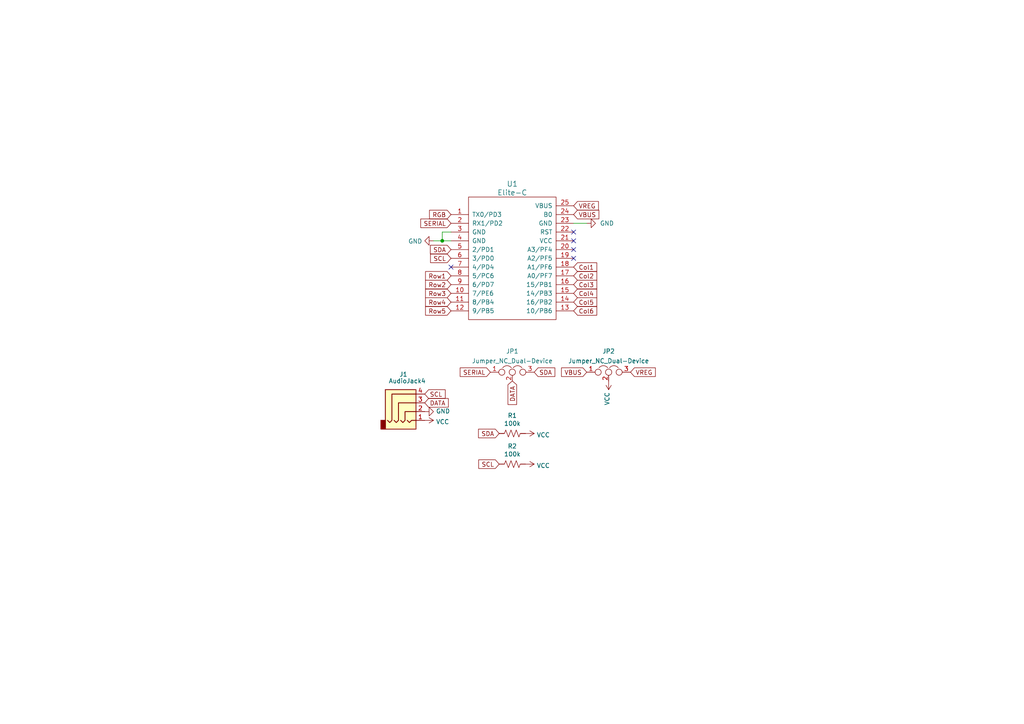
<source format=kicad_sch>
(kicad_sch (version 20211123) (generator eeschema)

  (uuid 432a32c4-15b3-4421-94f6-77fbc180f162)

  (paper "A4")

  (title_block
    (title "egg58")
    (date "2023-04-06")
    (rev "3")
    (company "EggsWorks, LLC")
    (comment 1 "github.com/eggsworks/egg58")
    (comment 2 "a sanely minimalist split keyboard")
    (comment 3 "egg58v3")
  )

  (lib_symbols
    (symbol "Device:R_US" (pin_numbers hide) (pin_names (offset 0)) (in_bom yes) (on_board yes)
      (property "Reference" "R" (id 0) (at 2.54 0 90)
        (effects (font (size 1.27 1.27)))
      )
      (property "Value" "R_US" (id 1) (at -2.54 0 90)
        (effects (font (size 1.27 1.27)))
      )
      (property "Footprint" "" (id 2) (at 1.016 -0.254 90)
        (effects (font (size 1.27 1.27)) hide)
      )
      (property "Datasheet" "~" (id 3) (at 0 0 0)
        (effects (font (size 1.27 1.27)) hide)
      )
      (property "ki_keywords" "R res resistor" (id 4) (at 0 0 0)
        (effects (font (size 1.27 1.27)) hide)
      )
      (property "ki_description" "Resistor, US symbol" (id 5) (at 0 0 0)
        (effects (font (size 1.27 1.27)) hide)
      )
      (property "ki_fp_filters" "R_*" (id 6) (at 0 0 0)
        (effects (font (size 1.27 1.27)) hide)
      )
      (symbol "R_US_0_1"
        (polyline
          (pts
            (xy 0 -2.286)
            (xy 0 -2.54)
          )
          (stroke (width 0) (type default) (color 0 0 0 0))
          (fill (type none))
        )
        (polyline
          (pts
            (xy 0 2.286)
            (xy 0 2.54)
          )
          (stroke (width 0) (type default) (color 0 0 0 0))
          (fill (type none))
        )
        (polyline
          (pts
            (xy 0 -0.762)
            (xy 1.016 -1.143)
            (xy 0 -1.524)
            (xy -1.016 -1.905)
            (xy 0 -2.286)
          )
          (stroke (width 0) (type default) (color 0 0 0 0))
          (fill (type none))
        )
        (polyline
          (pts
            (xy 0 0.762)
            (xy 1.016 0.381)
            (xy 0 0)
            (xy -1.016 -0.381)
            (xy 0 -0.762)
          )
          (stroke (width 0) (type default) (color 0 0 0 0))
          (fill (type none))
        )
        (polyline
          (pts
            (xy 0 2.286)
            (xy 1.016 1.905)
            (xy 0 1.524)
            (xy -1.016 1.143)
            (xy 0 0.762)
          )
          (stroke (width 0) (type default) (color 0 0 0 0))
          (fill (type none))
        )
      )
      (symbol "R_US_1_1"
        (pin passive line (at 0 3.81 270) (length 1.27)
          (name "~" (effects (font (size 1.27 1.27))))
          (number "1" (effects (font (size 1.27 1.27))))
        )
        (pin passive line (at 0 -3.81 90) (length 1.27)
          (name "~" (effects (font (size 1.27 1.27))))
          (number "2" (effects (font (size 1.27 1.27))))
        )
      )
    )
    (symbol "egg58v3:AudioJack4" (in_bom yes) (on_board yes)
      (property "Reference" "J" (id 0) (at 0 8.89 0)
        (effects (font (size 1.27 1.27)))
      )
      (property "Value" "AudioJack4" (id 1) (at 0 6.35 0)
        (effects (font (size 1.27 1.27)))
      )
      (property "Footprint" "" (id 2) (at 0 0 0)
        (effects (font (size 1.27 1.27)) hide)
      )
      (property "Datasheet" "" (id 3) (at 0 0 0)
        (effects (font (size 1.27 1.27)) hide)
      )
      (property "ki_fp_filters" "Jack*" (id 4) (at 0 0 0)
        (effects (font (size 1.27 1.27)) hide)
      )
      (symbol "AudioJack4_0_1"
        (rectangle (start -6.35 -5.08) (end -7.62 -7.62)
          (stroke (width 0.254) (type default) (color 0 0 0 0))
          (fill (type outline))
        )
        (polyline
          (pts
            (xy 0 -5.08)
            (xy 0.635 -5.715)
            (xy 1.27 -5.08)
            (xy 2.54 -5.08)
          )
          (stroke (width 0.254) (type default) (color 0 0 0 0))
          (fill (type none))
        )
        (polyline
          (pts
            (xy -5.715 -5.08)
            (xy -5.08 -5.715)
            (xy -4.445 -5.08)
            (xy -4.445 2.54)
            (xy 2.54 2.54)
          )
          (stroke (width 0.254) (type default) (color 0 0 0 0))
          (fill (type none))
        )
        (polyline
          (pts
            (xy -1.905 -5.08)
            (xy -1.27 -5.715)
            (xy -0.635 -5.08)
            (xy -0.635 -2.54)
            (xy 2.54 -2.54)
          )
          (stroke (width 0.254) (type default) (color 0 0 0 0))
          (fill (type none))
        )
        (polyline
          (pts
            (xy 2.54 0)
            (xy -2.54 0)
            (xy -2.54 -5.08)
            (xy -3.175 -5.715)
            (xy -3.81 -5.08)
          )
          (stroke (width 0.254) (type default) (color 0 0 0 0))
          (fill (type none))
        )
        (rectangle (start 2.54 3.81) (end -6.35 -7.62)
          (stroke (width 0.254) (type default) (color 0 0 0 0))
          (fill (type background))
        )
      )
      (symbol "AudioJack4_1_1"
        (pin passive line (at 5.08 -5.08 180) (length 2.54)
          (name "~" (effects (font (size 1.27 1.27))))
          (number "1" (effects (font (size 1.27 1.27))))
        )
        (pin passive line (at 5.08 -2.54 180) (length 2.54)
          (name "~" (effects (font (size 1.27 1.27))))
          (number "2" (effects (font (size 1.27 1.27))))
        )
        (pin passive line (at 5.08 0 180) (length 2.54)
          (name "~" (effects (font (size 1.27 1.27))))
          (number "3" (effects (font (size 1.27 1.27))))
        )
        (pin passive line (at 5.08 2.54 180) (length 2.54)
          (name "~" (effects (font (size 1.27 1.27))))
          (number "4" (effects (font (size 1.27 1.27))))
        )
      )
    )
    (symbol "egg58v3:Elite-C" (pin_names (offset 1.016)) (in_bom yes) (on_board yes)
      (property "Reference" "U1" (id 0) (at 0 22.86 0)
        (effects (font (size 1.524 1.524)))
      )
      (property "Value" "Elite-C" (id 1) (at 0 20.32 0)
        (effects (font (size 1.524 1.524)))
      )
      (property "Footprint" "egg58v2:ProMicro" (id 2) (at 26.67 -63.5 90)
        (effects (font (size 1.524 1.524)) hide)
      )
      (property "Datasheet" "" (id 3) (at 26.67 -63.5 90)
        (effects (font (size 1.524 1.524)) hide)
      )
      (symbol "Elite-C_0_1"
        (rectangle (start 12.7 -16.51) (end -12.7 19.05)
          (stroke (width 0) (type default) (color 0 0 0 0))
          (fill (type none))
        )
      )
      (symbol "Elite-C_1_1"
        (pin input line (at -17.78 13.97 0) (length 5.08)
          (name "TX0/PD3" (effects (font (size 1.27 1.27))))
          (number "1" (effects (font (size 1.27 1.27))))
        )
        (pin input line (at -17.78 -8.89 0) (length 5.08)
          (name "7/PE6" (effects (font (size 1.27 1.27))))
          (number "10" (effects (font (size 1.27 1.27))))
        )
        (pin input line (at -17.78 -11.43 0) (length 5.08)
          (name "8/PB4" (effects (font (size 1.27 1.27))))
          (number "11" (effects (font (size 1.27 1.27))))
        )
        (pin input line (at -17.78 -13.97 0) (length 5.08)
          (name "9/PB5" (effects (font (size 1.27 1.27))))
          (number "12" (effects (font (size 1.27 1.27))))
        )
        (pin input line (at 17.78 -13.97 180) (length 5.08)
          (name "10/PB6" (effects (font (size 1.27 1.27))))
          (number "13" (effects (font (size 1.27 1.27))))
        )
        (pin input line (at 17.78 -11.43 180) (length 5.08)
          (name "16/PB2" (effects (font (size 1.27 1.27))))
          (number "14" (effects (font (size 1.27 1.27))))
        )
        (pin input line (at 17.78 -8.89 180) (length 5.08)
          (name "14/PB3" (effects (font (size 1.27 1.27))))
          (number "15" (effects (font (size 1.27 1.27))))
        )
        (pin input line (at 17.78 -6.35 180) (length 5.08)
          (name "15/PB1" (effects (font (size 1.27 1.27))))
          (number "16" (effects (font (size 1.27 1.27))))
        )
        (pin input line (at 17.78 -3.81 180) (length 5.08)
          (name "A0/PF7" (effects (font (size 1.27 1.27))))
          (number "17" (effects (font (size 1.27 1.27))))
        )
        (pin input line (at 17.78 -1.27 180) (length 5.08)
          (name "A1/PF6" (effects (font (size 1.27 1.27))))
          (number "18" (effects (font (size 1.27 1.27))))
        )
        (pin input line (at 17.78 1.27 180) (length 5.08)
          (name "A2/PF5" (effects (font (size 1.27 1.27))))
          (number "19" (effects (font (size 1.27 1.27))))
        )
        (pin input line (at -17.78 11.43 0) (length 5.08)
          (name "RX1/PD2" (effects (font (size 1.27 1.27))))
          (number "2" (effects (font (size 1.27 1.27))))
        )
        (pin input line (at 17.78 3.81 180) (length 5.08)
          (name "A3/PF4" (effects (font (size 1.27 1.27))))
          (number "20" (effects (font (size 1.27 1.27))))
        )
        (pin input line (at 17.78 6.35 180) (length 5.08)
          (name "VCC" (effects (font (size 1.27 1.27))))
          (number "21" (effects (font (size 1.27 1.27))))
        )
        (pin input line (at 17.78 8.89 180) (length 5.08)
          (name "RST" (effects (font (size 1.27 1.27))))
          (number "22" (effects (font (size 1.27 1.27))))
        )
        (pin power_out line (at 17.78 11.43 180) (length 5.08)
          (name "GND" (effects (font (size 1.27 1.27))))
          (number "23" (effects (font (size 1.27 1.27))))
        )
        (pin power_out line (at 17.78 13.97 180) (length 5.08)
          (name "B0" (effects (font (size 1.27 1.27))))
          (number "24" (effects (font (size 1.27 1.27))))
        )
        (pin power_out line (at 17.78 16.51 180) (length 5.08)
          (name "VBUS" (effects (font (size 1.27 1.27))))
          (number "25" (effects (font (size 1.27 1.27))))
        )
        (pin input line (at -17.78 8.89 0) (length 5.08)
          (name "GND" (effects (font (size 1.27 1.27))))
          (number "3" (effects (font (size 1.27 1.27))))
        )
        (pin input line (at -17.78 6.35 0) (length 5.08)
          (name "GND" (effects (font (size 1.27 1.27))))
          (number "4" (effects (font (size 1.27 1.27))))
        )
        (pin input line (at -17.78 3.81 0) (length 5.08)
          (name "2/PD1" (effects (font (size 1.27 1.27))))
          (number "5" (effects (font (size 1.27 1.27))))
        )
        (pin input line (at -17.78 1.27 0) (length 5.08)
          (name "3/PD0" (effects (font (size 1.27 1.27))))
          (number "6" (effects (font (size 1.27 1.27))))
        )
        (pin input line (at -17.78 -1.27 0) (length 5.08)
          (name "4/PD4" (effects (font (size 1.27 1.27))))
          (number "7" (effects (font (size 1.27 1.27))))
        )
        (pin input line (at -17.78 -3.81 0) (length 5.08)
          (name "5/PC6" (effects (font (size 1.27 1.27))))
          (number "8" (effects (font (size 1.27 1.27))))
        )
        (pin input line (at -17.78 -6.35 0) (length 5.08)
          (name "6/PD7" (effects (font (size 1.27 1.27))))
          (number "9" (effects (font (size 1.27 1.27))))
        )
      )
    )
    (symbol "egg58v3:Jumper_NC_Dual-Device" (pin_names (offset 0.762) hide) (in_bom yes) (on_board yes)
      (property "Reference" "JP" (id 0) (at 1.27 -2.54 0)
        (effects (font (size 1.27 1.27)) (justify left))
      )
      (property "Value" "Jumper_NC_Dual-Device" (id 1) (at 0 2.54 0)
        (effects (font (size 1.27 1.27)) (justify bottom))
      )
      (property "Footprint" "" (id 2) (at 0 0 0)
        (effects (font (size 1.27 1.27)) hide)
      )
      (property "Datasheet" "" (id 3) (at 0 0 0)
        (effects (font (size 1.27 1.27)) hide)
      )
      (property "ki_fp_filters" "SolderJumper*Bridged*" (id 4) (at 0 0 0)
        (effects (font (size 1.27 1.27)) hide)
      )
      (symbol "Jumper_NC_Dual-Device_0_1"
        (circle (center -3.048 0) (radius 0.889)
          (stroke (width 0) (type default) (color 0 0 0 0))
          (fill (type none))
        )
        (arc (start -0.254 1.27) (mid -1.524 1.8804) (end -2.794 1.27)
          (stroke (width 0) (type default) (color 0 0 0 0))
          (fill (type none))
        )
        (circle (center 0 0) (radius 0.9144)
          (stroke (width 0) (type default) (color 0 0 0 0))
          (fill (type none))
        )
        (arc (start 2.794 1.27) (mid 1.524 1.8804) (end 0.254 1.27)
          (stroke (width 0) (type default) (color 0 0 0 0))
          (fill (type none))
        )
        (circle (center 3.048 0) (radius 0.889)
          (stroke (width 0) (type default) (color 0 0 0 0))
          (fill (type none))
        )
        (pin passive line (at -6.35 0 0) (length 2.413)
          (name "1" (effects (font (size 1.27 1.27))))
          (number "1" (effects (font (size 1.27 1.27))))
        )
        (pin passive line (at 0 -2.54 90) (length 1.524)
          (name "2" (effects (font (size 1.27 1.27))))
          (number "2" (effects (font (size 1.27 1.27))))
        )
        (pin passive line (at 6.35 0 180) (length 2.413)
          (name "3" (effects (font (size 1.27 1.27))))
          (number "3" (effects (font (size 1.27 1.27))))
        )
      )
    )
    (symbol "power:GND" (power) (pin_names (offset 0)) (in_bom yes) (on_board yes)
      (property "Reference" "#PWR" (id 0) (at 0 -6.35 0)
        (effects (font (size 1.27 1.27)) hide)
      )
      (property "Value" "GND" (id 1) (at 0 -3.81 0)
        (effects (font (size 1.27 1.27)))
      )
      (property "Footprint" "" (id 2) (at 0 0 0)
        (effects (font (size 1.27 1.27)) hide)
      )
      (property "Datasheet" "" (id 3) (at 0 0 0)
        (effects (font (size 1.27 1.27)) hide)
      )
      (property "ki_keywords" "global power" (id 4) (at 0 0 0)
        (effects (font (size 1.27 1.27)) hide)
      )
      (property "ki_description" "Power symbol creates a global label with name \"GND\" , ground" (id 5) (at 0 0 0)
        (effects (font (size 1.27 1.27)) hide)
      )
      (symbol "GND_0_1"
        (polyline
          (pts
            (xy 0 0)
            (xy 0 -1.27)
            (xy 1.27 -1.27)
            (xy 0 -2.54)
            (xy -1.27 -1.27)
            (xy 0 -1.27)
          )
          (stroke (width 0) (type default) (color 0 0 0 0))
          (fill (type none))
        )
      )
      (symbol "GND_1_1"
        (pin power_in line (at 0 0 270) (length 0) hide
          (name "GND" (effects (font (size 1.27 1.27))))
          (number "1" (effects (font (size 1.27 1.27))))
        )
      )
    )
    (symbol "power:VCC" (power) (pin_names (offset 0)) (in_bom yes) (on_board yes)
      (property "Reference" "#PWR" (id 0) (at 0 -3.81 0)
        (effects (font (size 1.27 1.27)) hide)
      )
      (property "Value" "VCC" (id 1) (at 0 3.81 0)
        (effects (font (size 1.27 1.27)))
      )
      (property "Footprint" "" (id 2) (at 0 0 0)
        (effects (font (size 1.27 1.27)) hide)
      )
      (property "Datasheet" "" (id 3) (at 0 0 0)
        (effects (font (size 1.27 1.27)) hide)
      )
      (property "ki_keywords" "global power" (id 4) (at 0 0 0)
        (effects (font (size 1.27 1.27)) hide)
      )
      (property "ki_description" "Power symbol creates a global label with name \"VCC\"" (id 5) (at 0 0 0)
        (effects (font (size 1.27 1.27)) hide)
      )
      (symbol "VCC_0_1"
        (polyline
          (pts
            (xy -0.762 1.27)
            (xy 0 2.54)
          )
          (stroke (width 0) (type default) (color 0 0 0 0))
          (fill (type none))
        )
        (polyline
          (pts
            (xy 0 0)
            (xy 0 2.54)
          )
          (stroke (width 0) (type default) (color 0 0 0 0))
          (fill (type none))
        )
        (polyline
          (pts
            (xy 0 2.54)
            (xy 0.762 1.27)
          )
          (stroke (width 0) (type default) (color 0 0 0 0))
          (fill (type none))
        )
      )
      (symbol "VCC_1_1"
        (pin power_in line (at 0 0 90) (length 0) hide
          (name "VCC" (effects (font (size 1.27 1.27))))
          (number "1" (effects (font (size 1.27 1.27))))
        )
      )
    )
  )

  (junction (at 128.27 69.85) (diameter 0) (color 0 0 0 0)
    (uuid cd92f932-ebcf-480a-9682-0e068ae54ad6)
  )

  (no_connect (at 166.37 72.39) (uuid 1270c614-5cf8-4e53-97bd-ab5740930515))
  (no_connect (at 166.37 69.85) (uuid 22edbc38-c1ce-4cd8-a9cb-4bb7a05d3d9b))
  (no_connect (at 166.37 67.31) (uuid 777a825e-86d7-43c7-9f8c-645bea8ef13a))
  (no_connect (at 130.81 77.47) (uuid 86a89f77-ec8f-44f6-bbfe-471f2889d5c6))
  (no_connect (at 166.37 74.93) (uuid bb7e4daf-4382-4f1c-94bd-9a4ba45be86c))

  (wire (pts (xy 125.73 69.85) (xy 128.27 69.85))
    (stroke (width 0) (type default) (color 0 0 0 0))
    (uuid 2be03455-8b43-440b-abf4-0829c91bfbb7)
  )
  (wire (pts (xy 128.27 69.85) (xy 130.81 69.85))
    (stroke (width 0) (type default) (color 0 0 0 0))
    (uuid 7c64e740-97f7-4798-9644-9e380d5ae5f2)
  )
  (wire (pts (xy 128.27 67.31) (xy 130.81 67.31))
    (stroke (width 0) (type default) (color 0 0 0 0))
    (uuid 9ecd2959-f920-4a33-b8de-cb6f9d28346f)
  )
  (wire (pts (xy 170.18 64.77) (xy 166.37 64.77))
    (stroke (width 0) (type default) (color 0 0 0 0))
    (uuid c980a6e6-d070-4ff2-81c7-d2250f1f6600)
  )
  (wire (pts (xy 128.27 67.31) (xy 128.27 69.85))
    (stroke (width 0) (type default) (color 0 0 0 0))
    (uuid cc09bcd2-bf70-4c5e-9c0d-1b53bffbdb74)
  )

  (global_label "SCL" (shape input) (at 130.81 74.93 180) (fields_autoplaced)
    (effects (font (size 1.27 1.27)) (justify right))
    (uuid 0a68ffa9-1c17-4d76-9328-b638fb2cfc37)
    (property "Intersheet References" "${INTERSHEET_REFS}" (id 0) (at 97.79 31.75 0)
      (effects (font (size 1.27 1.27)) hide)
    )
  )
  (global_label "SERIAL" (shape input) (at 130.81 64.77 180) (fields_autoplaced)
    (effects (font (size 1.27 1.27)) (justify right))
    (uuid 212e39c6-0bbc-43a4-9a12-b8dd029f7138)
    (property "Intersheet References" "${INTERSHEET_REFS}" (id 0) (at 97.79 31.75 0)
      (effects (font (size 1.27 1.27)) hide)
    )
  )
  (global_label "Col4" (shape input) (at 166.37 85.09 0) (fields_autoplaced)
    (effects (font (size 1.27 1.27)) (justify left))
    (uuid 2fe2eab2-c52c-46b1-87fe-7c684fc8948b)
    (property "Intersheet References" "${INTERSHEET_REFS}" (id 0) (at 97.79 31.75 0)
      (effects (font (size 1.27 1.27)) hide)
    )
  )
  (global_label "Row1" (shape input) (at 130.81 80.01 180) (fields_autoplaced)
    (effects (font (size 1.27 1.27)) (justify right))
    (uuid 3c8fe8ae-cd21-4b45-93b1-bc07ee087ee5)
    (property "Intersheet References" "${INTERSHEET_REFS}" (id 0) (at 97.79 31.75 0)
      (effects (font (size 1.27 1.27)) hide)
    )
  )
  (global_label "SCL" (shape input) (at 144.78 134.62 180) (fields_autoplaced)
    (effects (font (size 1.27 1.27)) (justify right))
    (uuid 47ea2ee7-753c-4b89-82a8-cefb8d19c390)
    (property "Intersheet References" "${INTERSHEET_REFS}" (id 0) (at 83.82 33.02 0)
      (effects (font (size 1.27 1.27)) hide)
    )
  )
  (global_label "Row4" (shape input) (at 130.81 87.63 180) (fields_autoplaced)
    (effects (font (size 1.27 1.27)) (justify right))
    (uuid 6654acbe-b6f6-4db1-84e4-b9e7c630136c)
    (property "Intersheet References" "${INTERSHEET_REFS}" (id 0) (at 97.79 31.75 0)
      (effects (font (size 1.27 1.27)) hide)
    )
  )
  (global_label "VBUS" (shape input) (at 170.18 107.95 180) (fields_autoplaced)
    (effects (font (size 1.27 1.27)) (justify right))
    (uuid 6ad186b1-6636-4056-958b-8acfd2c6db7d)
    (property "Intersheet References" "${INTERSHEET_REFS}" (id 0) (at 83.82 33.02 0)
      (effects (font (size 1.27 1.27)) hide)
    )
  )
  (global_label "SCL" (shape input) (at 123.19 114.3 0) (fields_autoplaced)
    (effects (font (size 1.27 1.27)) (justify left))
    (uuid 6c2ba413-d9e0-4a95-9385-d7f3ad61c9ea)
    (property "Intersheet References" "${INTERSHEET_REFS}" (id 0) (at 83.82 33.02 0)
      (effects (font (size 1.27 1.27)) hide)
    )
  )
  (global_label "SDA" (shape input) (at 154.94 107.95 0) (fields_autoplaced)
    (effects (font (size 1.27 1.27)) (justify left))
    (uuid 6de91a5b-b1a7-4c08-97c9-6745b5123320)
    (property "Intersheet References" "${INTERSHEET_REFS}" (id 0) (at 83.82 33.02 0)
      (effects (font (size 1.27 1.27)) hide)
    )
  )
  (global_label "Col5" (shape input) (at 166.37 87.63 0) (fields_autoplaced)
    (effects (font (size 1.27 1.27)) (justify left))
    (uuid 8576acbe-3d7c-458f-81ef-3e21af1aed05)
    (property "Intersheet References" "${INTERSHEET_REFS}" (id 0) (at 97.79 31.75 0)
      (effects (font (size 1.27 1.27)) hide)
    )
  )
  (global_label "Col3" (shape input) (at 166.37 82.55 0) (fields_autoplaced)
    (effects (font (size 1.27 1.27)) (justify left))
    (uuid 8acaa391-d69a-4c29-9fdd-ef0a58cd5369)
    (property "Intersheet References" "${INTERSHEET_REFS}" (id 0) (at 97.79 31.75 0)
      (effects (font (size 1.27 1.27)) hide)
    )
  )
  (global_label "SDA" (shape input) (at 144.78 125.73 180) (fields_autoplaced)
    (effects (font (size 1.27 1.27)) (justify right))
    (uuid 97922c50-fa8e-4779-ab55-f7282aa32eb0)
    (property "Intersheet References" "${INTERSHEET_REFS}" (id 0) (at 83.82 33.02 0)
      (effects (font (size 1.27 1.27)) hide)
    )
  )
  (global_label "Col2" (shape input) (at 166.37 80.01 0) (fields_autoplaced)
    (effects (font (size 1.27 1.27)) (justify left))
    (uuid a5eaeb21-58c0-47e0-8237-aee4481e6d05)
    (property "Intersheet References" "${INTERSHEET_REFS}" (id 0) (at 97.79 31.75 0)
      (effects (font (size 1.27 1.27)) hide)
    )
  )
  (global_label "VREG" (shape input) (at 182.88 107.95 0) (fields_autoplaced)
    (effects (font (size 1.27 1.27)) (justify left))
    (uuid af3dbef4-35e0-404a-a3fb-6162d231a168)
    (property "Intersheet References" "${INTERSHEET_REFS}" (id 0) (at 83.82 33.02 0)
      (effects (font (size 1.27 1.27)) hide)
    )
  )
  (global_label "Col6" (shape input) (at 166.37 90.17 0) (fields_autoplaced)
    (effects (font (size 1.27 1.27)) (justify left))
    (uuid c0089b24-326c-4e21-975c-f3e54fa48750)
    (property "Intersheet References" "${INTERSHEET_REFS}" (id 0) (at 97.79 31.75 0)
      (effects (font (size 1.27 1.27)) hide)
    )
  )
  (global_label "Col1" (shape input) (at 166.37 77.47 0) (fields_autoplaced)
    (effects (font (size 1.27 1.27)) (justify left))
    (uuid cb9bbf1a-0f80-4e1a-b21e-3b89e15af5d8)
    (property "Intersheet References" "${INTERSHEET_REFS}" (id 0) (at 97.79 31.75 0)
      (effects (font (size 1.27 1.27)) hide)
    )
  )
  (global_label "VBUS" (shape input) (at 166.37 62.23 0) (fields_autoplaced)
    (effects (font (size 1.27 1.27)) (justify left))
    (uuid cf0543a2-044a-4d98-923b-1f90010d7092)
    (property "Intersheet References" "${INTERSHEET_REFS}" (id 0) (at 97.79 31.75 0)
      (effects (font (size 1.27 1.27)) hide)
    )
  )
  (global_label "SDA" (shape input) (at 130.81 72.39 180) (fields_autoplaced)
    (effects (font (size 1.27 1.27)) (justify right))
    (uuid d13177d1-37f4-412f-a57d-c7047a35020f)
    (property "Intersheet References" "${INTERSHEET_REFS}" (id 0) (at 97.79 31.75 0)
      (effects (font (size 1.27 1.27)) hide)
    )
  )
  (global_label "Row5" (shape input) (at 130.81 90.17 180) (fields_autoplaced)
    (effects (font (size 1.27 1.27)) (justify right))
    (uuid ddeda0f4-12f3-4f2d-b5ba-b493991ea1dc)
    (property "Intersheet References" "${INTERSHEET_REFS}" (id 0) (at 97.79 31.75 0)
      (effects (font (size 1.27 1.27)) hide)
    )
  )
  (global_label "SERIAL" (shape input) (at 142.24 107.95 180) (fields_autoplaced)
    (effects (font (size 1.27 1.27)) (justify right))
    (uuid e0b7fbc8-b6e4-4151-b62b-c8a052ef82df)
    (property "Intersheet References" "${INTERSHEET_REFS}" (id 0) (at 83.82 33.02 0)
      (effects (font (size 1.27 1.27)) hide)
    )
  )
  (global_label "RGB" (shape input) (at 130.81 62.23 180) (fields_autoplaced)
    (effects (font (size 1.27 1.27)) (justify right))
    (uuid e8601253-72ba-4d06-9eff-b2b1fe2d8639)
    (property "Intersheet References" "${INTERSHEET_REFS}" (id 0) (at 97.79 31.75 0)
      (effects (font (size 1.27 1.27)) hide)
    )
  )
  (global_label "DATA" (shape input) (at 148.59 110.49 270) (fields_autoplaced)
    (effects (font (size 1.27 1.27)) (justify right))
    (uuid ec3daecd-fdd2-41e9-b69a-4b66e1880485)
    (property "Intersheet References" "${INTERSHEET_REFS}" (id 0) (at 83.82 33.02 0)
      (effects (font (size 1.27 1.27)) hide)
    )
  )
  (global_label "VREG" (shape input) (at 166.37 59.69 0) (fields_autoplaced)
    (effects (font (size 1.27 1.27)) (justify left))
    (uuid f50d1a0a-663f-4278-83d5-b6a8e65960db)
    (property "Intersheet References" "${INTERSHEET_REFS}" (id 0) (at 97.79 31.75 0)
      (effects (font (size 1.27 1.27)) hide)
    )
  )
  (global_label "DATA" (shape input) (at 123.19 116.84 0) (fields_autoplaced)
    (effects (font (size 1.27 1.27)) (justify left))
    (uuid f637af8e-0c7e-4024-aa24-a870756fcf6b)
    (property "Intersheet References" "${INTERSHEET_REFS}" (id 0) (at 83.82 33.02 0)
      (effects (font (size 1.27 1.27)) hide)
    )
  )
  (global_label "Row2" (shape input) (at 130.81 82.55 180) (fields_autoplaced)
    (effects (font (size 1.27 1.27)) (justify right))
    (uuid f937fb79-0f8b-4e7b-a9e4-af7bc40703dd)
    (property "Intersheet References" "${INTERSHEET_REFS}" (id 0) (at 97.79 31.75 0)
      (effects (font (size 1.27 1.27)) hide)
    )
  )
  (global_label "Row3" (shape input) (at 130.81 85.09 180) (fields_autoplaced)
    (effects (font (size 1.27 1.27)) (justify right))
    (uuid fcd58081-551e-4718-b722-a08e63dfd589)
    (property "Intersheet References" "${INTERSHEET_REFS}" (id 0) (at 97.79 31.75 0)
      (effects (font (size 1.27 1.27)) hide)
    )
  )

  (symbol (lib_id "egg58v3:Jumper_NC_Dual-Device") (at 148.59 107.95 0) (unit 1)
    (in_bom yes) (on_board yes)
    (uuid 04af12ca-3228-4d2d-b1f7-47dff8d4ea36)
    (property "Reference" "JP1" (id 0) (at 148.59 101.8794 0))
    (property "Value" "Jumper_NC_Dual-Device" (id 1) (at 148.59 105.41 0)
      (effects (font (size 1.27 1.27)) (justify bottom))
    )
    (property "Footprint" "egg58v2:SolderJumper-3_P1.3mm_Open_Pad1.0x1.5mm_NumberLabels" (id 2) (at 148.59 107.95 0)
      (effects (font (size 1.27 1.27)) hide)
    )
    (property "Datasheet" "" (id 3) (at 148.59 107.95 0)
      (effects (font (size 1.27 1.27)) hide)
    )
    (pin "1" (uuid dccb842f-3676-41af-a6bb-f00e3d97e567))
    (pin "2" (uuid 8deeb836-1362-4358-bd68-e025ba6e68ac))
    (pin "3" (uuid 90605b68-e584-4345-8209-23cd47c2988d))
  )

  (symbol (lib_id "egg58v3:Elite-C") (at 148.59 76.2 0) (unit 1)
    (in_bom yes) (on_board yes)
    (uuid 15e135ec-fe2f-44f0-a125-415c0df2975a)
    (property "Reference" "U1" (id 0) (at 148.59 53.34 0)
      (effects (font (size 1.524 1.524)))
    )
    (property "Value" "Elite-C" (id 1) (at 148.59 55.88 0)
      (effects (font (size 1.524 1.524)))
    )
    (property "Footprint" "egg58v2:ProMicro" (id 2) (at 175.26 139.7 90)
      (effects (font (size 1.524 1.524)) hide)
    )
    (property "Datasheet" "" (id 3) (at 175.26 139.7 90)
      (effects (font (size 1.524 1.524)) hide)
    )
    (pin "1" (uuid 2a8b1235-4f2a-48b4-8506-d51f2616f816))
    (pin "10" (uuid 78189253-c7b7-45b3-a2d3-9831f3fbdac1))
    (pin "11" (uuid 1f9756b8-cd2f-4a8b-b73e-f2a432b1a7b2))
    (pin "12" (uuid 6bdf121e-91db-4d8b-bf86-17b358bb3178))
    (pin "13" (uuid 9fcc5de6-aeb3-4d47-9e8b-69ebd4e4c8ac))
    (pin "14" (uuid ae021b62-714c-40b4-b482-ba31ab3095bd))
    (pin "15" (uuid 28948724-f289-40ec-8469-7027dbf43c32))
    (pin "16" (uuid 088f1d55-46c8-4c39-b06c-e9e42ab86c7d))
    (pin "17" (uuid 6533cbfb-244a-4f52-a5d1-a809061ec6cf))
    (pin "18" (uuid 43e5e9f7-a797-492f-a918-0dc0938b3381))
    (pin "19" (uuid c039f3fe-c691-4788-9408-6028df43fa0d))
    (pin "2" (uuid f3bddda4-ec48-435c-a4ac-5e08d5725b22))
    (pin "20" (uuid 69f04faf-c6db-4afb-84ff-29f80d1679d4))
    (pin "21" (uuid 4ca0d3e7-8601-4716-975f-83d37174ae47))
    (pin "22" (uuid 8b0d6dd9-50d3-4844-93b9-da43444b3411))
    (pin "23" (uuid 79bdfb91-fb21-4de9-9971-a9daffbab160))
    (pin "24" (uuid 610c2729-115c-4345-a705-de9d6eb16d3b))
    (pin "25" (uuid b560e371-ec8b-43bb-aa56-ad52e80c9717))
    (pin "3" (uuid 7a947170-dc83-4f81-88b2-e17681fb333b))
    (pin "4" (uuid fc427425-ca7b-43ec-83c6-727376a1c38a))
    (pin "5" (uuid fc6be8ff-19d1-4c2a-8ec4-ba0526665254))
    (pin "6" (uuid 8ebac543-6e2b-489e-9819-a33362fb96f1))
    (pin "7" (uuid e21ae7fe-2b6c-43ac-8412-109411101102))
    (pin "8" (uuid 50e22a05-d5b2-4f86-b593-9596a0726d5a))
    (pin "9" (uuid 0b0680fc-79b0-4273-87d2-fc3d3c90e51e))
  )

  (symbol (lib_id "power:VCC") (at 152.4 125.73 270) (unit 1)
    (in_bom yes) (on_board yes)
    (uuid 1a7ed60e-b8d1-42bd-a169-d5fc54da1a47)
    (property "Reference" "#PWR0104" (id 0) (at 148.59 125.73 0)
      (effects (font (size 1.27 1.27)) hide)
    )
    (property "Value" "VCC" (id 1) (at 155.6512 126.1618 90)
      (effects (font (size 1.27 1.27)) (justify left))
    )
    (property "Footprint" "" (id 2) (at 152.4 125.73 0)
      (effects (font (size 1.27 1.27)) hide)
    )
    (property "Datasheet" "" (id 3) (at 152.4 125.73 0)
      (effects (font (size 1.27 1.27)) hide)
    )
    (pin "1" (uuid 26c825dc-6fb5-4247-9c36-3d2af7b90994))
  )

  (symbol (lib_id "power:GND") (at 125.73 69.85 270) (unit 1)
    (in_bom yes) (on_board yes)
    (uuid 250d9e83-ac85-43ac-8efe-a39ed0d9f08e)
    (property "Reference" "#PWR0101" (id 0) (at 119.38 69.85 0)
      (effects (font (size 1.27 1.27)) hide)
    )
    (property "Value" "GND" (id 1) (at 122.4788 69.977 90)
      (effects (font (size 1.27 1.27)) (justify right))
    )
    (property "Footprint" "" (id 2) (at 125.73 69.85 0)
      (effects (font (size 1.27 1.27)) hide)
    )
    (property "Datasheet" "" (id 3) (at 125.73 69.85 0)
      (effects (font (size 1.27 1.27)) hide)
    )
    (pin "1" (uuid d62f48ae-c8da-4748-930b-52dfbcd707b6))
  )

  (symbol (lib_id "power:GND") (at 170.18 64.77 90) (unit 1)
    (in_bom yes) (on_board yes)
    (uuid 488fd696-c6fa-4d27-a1ec-ba43522cba51)
    (property "Reference" "#PWR0102" (id 0) (at 176.53 64.77 0)
      (effects (font (size 1.27 1.27)) hide)
    )
    (property "Value" "GND" (id 1) (at 173.99 64.77 90)
      (effects (font (size 1.27 1.27)) (justify right))
    )
    (property "Footprint" "" (id 2) (at 170.18 64.77 0)
      (effects (font (size 1.27 1.27)) hide)
    )
    (property "Datasheet" "" (id 3) (at 170.18 64.77 0)
      (effects (font (size 1.27 1.27)) hide)
    )
    (pin "1" (uuid c5e920ca-b094-45a4-9089-840463058dbb))
  )

  (symbol (lib_id "Device:R_US") (at 148.59 134.62 270) (unit 1)
    (in_bom yes) (on_board yes)
    (uuid 4c33ad9d-8f48-4eff-b35d-d69613817502)
    (property "Reference" "R2" (id 0) (at 148.59 129.413 90))
    (property "Value" "100k" (id 1) (at 148.59 131.7244 90))
    (property "Footprint" "egg58v2:R_Axial_DIN0207_L6.3mm_D2.5mm_P10.16mm_Horizontal" (id 2) (at 148.336 135.636 90)
      (effects (font (size 1.27 1.27)) hide)
    )
    (property "Datasheet" "~" (id 3) (at 148.59 134.62 0)
      (effects (font (size 1.27 1.27)) hide)
    )
    (pin "1" (uuid c9d824b4-29d5-45eb-b218-e722df77a608))
    (pin "2" (uuid 33ba2dcb-7cb2-4d93-92be-91d9684b39df))
  )

  (symbol (lib_id "power:GND") (at 123.19 119.38 90) (unit 1)
    (in_bom yes) (on_board yes)
    (uuid 59e5a187-2c61-4e20-aafd-87330440915e)
    (property "Reference" "#PWR0105" (id 0) (at 129.54 119.38 0)
      (effects (font (size 1.27 1.27)) hide)
    )
    (property "Value" "GND" (id 1) (at 126.4412 119.253 90)
      (effects (font (size 1.27 1.27)) (justify right))
    )
    (property "Footprint" "" (id 2) (at 123.19 119.38 0)
      (effects (font (size 1.27 1.27)) hide)
    )
    (property "Datasheet" "" (id 3) (at 123.19 119.38 0)
      (effects (font (size 1.27 1.27)) hide)
    )
    (pin "1" (uuid 562ebbf5-c8bf-4132-869d-0f56447d64d0))
  )

  (symbol (lib_id "power:VCC") (at 176.53 110.49 180) (unit 1)
    (in_bom yes) (on_board yes)
    (uuid 7b572c62-7542-4d93-9f94-974586e5fde9)
    (property "Reference" "#PWR0107" (id 0) (at 176.53 106.68 0)
      (effects (font (size 1.27 1.27)) hide)
    )
    (property "Value" "VCC" (id 1) (at 176.0982 113.7412 90)
      (effects (font (size 1.27 1.27)) (justify left))
    )
    (property "Footprint" "" (id 2) (at 176.53 110.49 0)
      (effects (font (size 1.27 1.27)) hide)
    )
    (property "Datasheet" "" (id 3) (at 176.53 110.49 0)
      (effects (font (size 1.27 1.27)) hide)
    )
    (pin "1" (uuid 2f8f94b2-3424-43e5-80ab-30820de79500))
  )

  (symbol (lib_id "power:VCC") (at 152.4 134.62 270) (unit 1)
    (in_bom yes) (on_board yes)
    (uuid 90c62c74-6835-4ab9-a05c-4fc77ffc6d26)
    (property "Reference" "#PWR0103" (id 0) (at 148.59 134.62 0)
      (effects (font (size 1.27 1.27)) hide)
    )
    (property "Value" "VCC" (id 1) (at 155.6512 135.0518 90)
      (effects (font (size 1.27 1.27)) (justify left))
    )
    (property "Footprint" "" (id 2) (at 152.4 134.62 0)
      (effects (font (size 1.27 1.27)) hide)
    )
    (property "Datasheet" "" (id 3) (at 152.4 134.62 0)
      (effects (font (size 1.27 1.27)) hide)
    )
    (pin "1" (uuid 3c863a61-4503-4f3d-9902-4a7d919ac90c))
  )

  (symbol (lib_id "egg58v3:Jumper_NC_Dual-Device") (at 176.53 107.95 0) (unit 1)
    (in_bom yes) (on_board yes)
    (uuid a11e900f-84ab-4b2c-8ab2-a2c2f7046079)
    (property "Reference" "JP2" (id 0) (at 176.53 101.8794 0))
    (property "Value" "Jumper_NC_Dual-Device" (id 1) (at 176.53 105.41 0)
      (effects (font (size 1.27 1.27)) (justify bottom))
    )
    (property "Footprint" "egg58v2:SolderJumper-3_P1.3mm_Open_Pad1.0x1.5mm_NumberLabels" (id 2) (at 176.53 107.95 0)
      (effects (font (size 1.27 1.27)) hide)
    )
    (property "Datasheet" "" (id 3) (at 176.53 107.95 0)
      (effects (font (size 1.27 1.27)) hide)
    )
    (pin "1" (uuid d06923f1-67bd-428d-8769-4c77f2a2e894))
    (pin "2" (uuid c56478e4-93ce-4f9c-a41d-f9656fef9e25))
    (pin "3" (uuid fd921324-ea51-4643-b23e-95b160bc95a8))
  )

  (symbol (lib_id "power:VCC") (at 123.19 121.92 270) (unit 1)
    (in_bom yes) (on_board yes)
    (uuid a60f211a-3793-41e6-b1a3-afa71a025790)
    (property "Reference" "#PWR0106" (id 0) (at 119.38 121.92 0)
      (effects (font (size 1.27 1.27)) hide)
    )
    (property "Value" "VCC" (id 1) (at 126.4412 122.3518 90)
      (effects (font (size 1.27 1.27)) (justify left))
    )
    (property "Footprint" "" (id 2) (at 123.19 121.92 0)
      (effects (font (size 1.27 1.27)) hide)
    )
    (property "Datasheet" "" (id 3) (at 123.19 121.92 0)
      (effects (font (size 1.27 1.27)) hide)
    )
    (pin "1" (uuid def6a1eb-a3f4-4ff8-8800-8ae5321b5112))
  )

  (symbol (lib_id "egg58v3:AudioJack4") (at 118.11 116.84 0) (unit 1)
    (in_bom yes) (on_board yes)
    (uuid e8dc65b8-a0a9-4813-82f1-c97eb0583260)
    (property "Reference" "J1" (id 0) (at 117.0178 108.585 0))
    (property "Value" "AudioJack4" (id 1) (at 118.11 110.49 0))
    (property "Footprint" "egg58v2:MJ-4PP-9" (id 2) (at 118.11 116.84 0)
      (effects (font (size 1.27 1.27)) hide)
    )
    (property "Datasheet" "" (id 3) (at 118.11 116.84 0)
      (effects (font (size 1.27 1.27)) hide)
    )
    (pin "1" (uuid a81f79f7-e223-4328-a63d-37061ec2758f))
    (pin "2" (uuid a7e5c0a8-c764-44c3-8404-e5f71da1a6ee))
    (pin "3" (uuid fbc256ae-ca3a-461c-b968-fcad1969195f))
    (pin "4" (uuid 877dbcf9-f324-4faf-a1c3-d8ba67694b9c))
  )

  (symbol (lib_id "Device:R_US") (at 148.59 125.73 270) (unit 1)
    (in_bom yes) (on_board yes)
    (uuid ecfb3147-33dd-4273-bfd4-d6b5056c435f)
    (property "Reference" "R1" (id 0) (at 148.59 120.523 90))
    (property "Value" "100k" (id 1) (at 148.59 122.8344 90))
    (property "Footprint" "egg58v2:R_Axial_DIN0207_L6.3mm_D2.5mm_P10.16mm_Horizontal" (id 2) (at 148.336 126.746 90)
      (effects (font (size 1.27 1.27)) hide)
    )
    (property "Datasheet" "~" (id 3) (at 148.59 125.73 0)
      (effects (font (size 1.27 1.27)) hide)
    )
    (pin "1" (uuid f721b156-d560-4edc-b885-69441cf43c9e))
    (pin "2" (uuid d5db65b4-a24b-4b17-a473-770d179812e4))
  )
)

</source>
